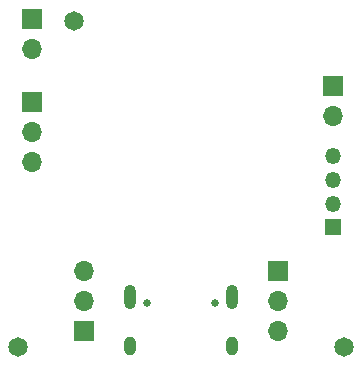
<source format=gbr>
%TF.GenerationSoftware,KiCad,Pcbnew,7.0.6-rc3*%
%TF.CreationDate,2023-07-14T23:43:47-04:00*%
%TF.ProjectId,esp,6573702e-6b69-4636-9164-5f7063625858,rev?*%
%TF.SameCoordinates,Original*%
%TF.FileFunction,Soldermask,Bot*%
%TF.FilePolarity,Negative*%
%FSLAX46Y46*%
G04 Gerber Fmt 4.6, Leading zero omitted, Abs format (unit mm)*
G04 Created by KiCad (PCBNEW 7.0.6-rc3) date 2023-07-14 23:43:47*
%MOMM*%
%LPD*%
G01*
G04 APERTURE LIST*
%ADD10C,0.650000*%
%ADD11O,1.000000X2.100000*%
%ADD12O,1.000000X1.600000*%
%ADD13R,1.700000X1.700000*%
%ADD14O,1.700000X1.700000*%
%ADD15C,1.650000*%
%ADD16R,1.350000X1.350000*%
%ADD17O,1.350000X1.350000*%
G04 APERTURE END LIST*
D10*
%TO.C,P301*%
X115330000Y-91420000D03*
X121110000Y-91420000D03*
D11*
X113900000Y-90890000D03*
D12*
X113900000Y-95070000D03*
D11*
X122540000Y-90890000D03*
D12*
X122540000Y-95070000D03*
%TD*%
D13*
%TO.C,R101*%
X131105000Y-73000000D03*
D14*
X131105000Y-75540000D03*
%TD*%
D15*
%TO.C,REF\u002A\u002A*%
X104440000Y-95100000D03*
%TD*%
%TO.C,REF\u002A\u002A*%
X109190000Y-67500000D03*
%TD*%
D16*
%TO.C,J104*%
X131100000Y-85000000D03*
D17*
X131100000Y-83000000D03*
X131100000Y-81000000D03*
X131100000Y-79000000D03*
%TD*%
D13*
%TO.C,J105*%
X105600000Y-74360000D03*
D14*
X105600000Y-76900000D03*
X105600000Y-79440000D03*
%TD*%
D15*
%TO.C,REF\u002A\u002A*%
X131990000Y-95100000D03*
%TD*%
D13*
%TO.C,J102*%
X126395000Y-88675000D03*
D14*
X126395000Y-91215000D03*
X126395000Y-93755000D03*
%TD*%
D13*
%TO.C,J101*%
X109990000Y-93810000D03*
D14*
X109990000Y-91270000D03*
X109990000Y-88730000D03*
%TD*%
D13*
%TO.C,J103*%
X105600000Y-67360000D03*
D14*
X105600000Y-69900000D03*
%TD*%
M02*

</source>
